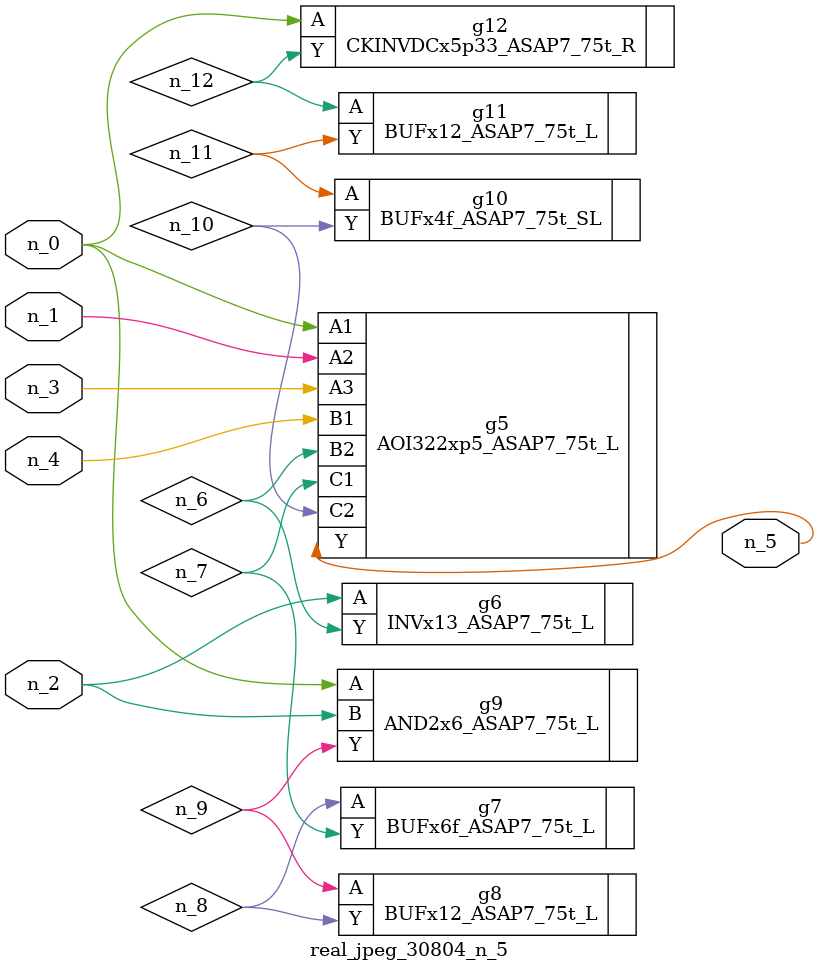
<source format=v>
module real_jpeg_30804_n_5 (n_4, n_0, n_1, n_2, n_3, n_5);

input n_4;
input n_0;
input n_1;
input n_2;
input n_3;

output n_5;

wire n_12;
wire n_8;
wire n_11;
wire n_6;
wire n_7;
wire n_10;
wire n_9;

AOI322xp5_ASAP7_75t_L g5 ( 
.A1(n_0),
.A2(n_1),
.A3(n_3),
.B1(n_4),
.B2(n_6),
.C1(n_7),
.C2(n_10),
.Y(n_5)
);

AND2x6_ASAP7_75t_L g9 ( 
.A(n_0),
.B(n_2),
.Y(n_9)
);

CKINVDCx5p33_ASAP7_75t_R g12 ( 
.A(n_0),
.Y(n_12)
);

INVx13_ASAP7_75t_L g6 ( 
.A(n_2),
.Y(n_6)
);

BUFx6f_ASAP7_75t_L g7 ( 
.A(n_8),
.Y(n_7)
);

BUFx12_ASAP7_75t_L g8 ( 
.A(n_9),
.Y(n_8)
);

BUFx4f_ASAP7_75t_SL g10 ( 
.A(n_11),
.Y(n_10)
);

BUFx12_ASAP7_75t_L g11 ( 
.A(n_12),
.Y(n_11)
);


endmodule
</source>
